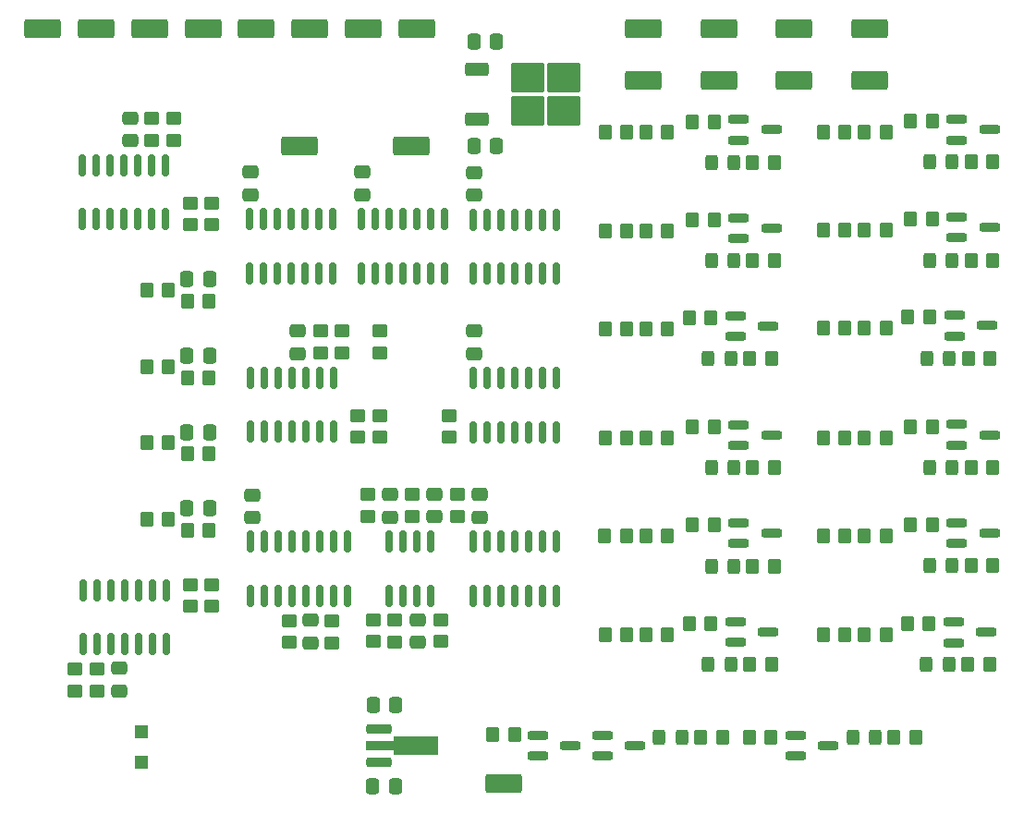
<source format=gbr>
%TF.GenerationSoftware,KiCad,Pcbnew,9.0.3*%
%TF.CreationDate,2026-01-17T00:56:28+07:00*%
%TF.ProjectId,BSPD v4 Rev 5,42535044-2076-4342-9052-657620352e6b,rev?*%
%TF.SameCoordinates,Original*%
%TF.FileFunction,Paste,Top*%
%TF.FilePolarity,Positive*%
%FSLAX46Y46*%
G04 Gerber Fmt 4.6, Leading zero omitted, Abs format (unit mm)*
G04 Created by KiCad (PCBNEW 9.0.3) date 2026-01-17 00:56:28*
%MOMM*%
%LPD*%
G01*
G04 APERTURE LIST*
G04 Aperture macros list*
%AMRoundRect*
0 Rectangle with rounded corners*
0 $1 Rounding radius*
0 $2 $3 $4 $5 $6 $7 $8 $9 X,Y pos of 4 corners*
0 Add a 4 corners polygon primitive as box body*
4,1,4,$2,$3,$4,$5,$6,$7,$8,$9,$2,$3,0*
0 Add four circle primitives for the rounded corners*
1,1,$1+$1,$2,$3*
1,1,$1+$1,$4,$5*
1,1,$1+$1,$6,$7*
1,1,$1+$1,$8,$9*
0 Add four rect primitives between the rounded corners*
20,1,$1+$1,$2,$3,$4,$5,0*
20,1,$1+$1,$4,$5,$6,$7,0*
20,1,$1+$1,$6,$7,$8,$9,0*
20,1,$1+$1,$8,$9,$2,$3,0*%
%AMFreePoly0*
4,1,9,5.362500,-0.866500,1.237500,-0.866500,1.237500,-0.450000,-1.237500,-0.450000,-1.237500,0.450000,1.237500,0.450000,1.237500,0.866500,5.362500,0.866500,5.362500,-0.866500,5.362500,-0.866500,$1*%
G04 Aperture macros list end*
%ADD10RoundRect,0.250000X0.350000X0.450000X-0.350000X0.450000X-0.350000X-0.450000X0.350000X-0.450000X0*%
%ADD11RoundRect,0.250000X-0.325000X-0.450000X0.325000X-0.450000X0.325000X0.450000X-0.325000X0.450000X0*%
%ADD12RoundRect,0.250000X0.450000X-0.350000X0.450000X0.350000X-0.450000X0.350000X-0.450000X-0.350000X0*%
%ADD13RoundRect,0.250000X-0.350000X-0.450000X0.350000X-0.450000X0.350000X0.450000X-0.350000X0.450000X0*%
%ADD14RoundRect,0.150000X0.150000X-0.825000X0.150000X0.825000X-0.150000X0.825000X-0.150000X-0.825000X0*%
%ADD15RoundRect,0.258000X-1.427000X-0.602000X1.427000X-0.602000X1.427000X0.602000X-1.427000X0.602000X0*%
%ADD16RoundRect,0.225000X-0.925000X-0.225000X0.925000X-0.225000X0.925000X0.225000X-0.925000X0.225000X0*%
%ADD17FreePoly0,0.000000*%
%ADD18RoundRect,0.250000X-0.337500X-0.475000X0.337500X-0.475000X0.337500X0.475000X-0.337500X0.475000X0*%
%ADD19RoundRect,0.250000X-0.450000X0.350000X-0.450000X-0.350000X0.450000X-0.350000X0.450000X0.350000X0*%
%ADD20RoundRect,0.250000X0.475000X-0.337500X0.475000X0.337500X-0.475000X0.337500X-0.475000X-0.337500X0*%
%ADD21RoundRect,0.200000X-0.750000X-0.200000X0.750000X-0.200000X0.750000X0.200000X-0.750000X0.200000X0*%
%ADD22RoundRect,0.150000X-0.150000X0.825000X-0.150000X-0.825000X0.150000X-0.825000X0.150000X0.825000X0*%
%ADD23RoundRect,0.250000X-0.475000X0.337500X-0.475000X-0.337500X0.475000X-0.337500X0.475000X0.337500X0*%
%ADD24RoundRect,0.250000X-1.275000X-1.125000X1.275000X-1.125000X1.275000X1.125000X-1.275000X1.125000X0*%
%ADD25RoundRect,0.250000X-0.850000X-0.350000X0.850000X-0.350000X0.850000X0.350000X-0.850000X0.350000X0*%
%ADD26R,1.200000X1.200000*%
G04 APERTURE END LIST*
D10*
%TO.C,R52*%
X219525000Y-112030000D03*
X217525000Y-112030000D03*
%TD*%
D11*
%TO.C,D3*%
X213475000Y-102050000D03*
X215525000Y-102050000D03*
%TD*%
D12*
%TO.C,R78*%
X184750000Y-127987500D03*
X184750000Y-125987500D03*
%TD*%
D11*
%TO.C,D1*%
X213750000Y-84050000D03*
X215800000Y-84050000D03*
%TD*%
D13*
%TO.C,R11*%
X204000000Y-127310000D03*
X206000000Y-127310000D03*
%TD*%
D14*
%TO.C,U20*%
X191940000Y-108762500D03*
X193210000Y-108762500D03*
X194480000Y-108762500D03*
X195750000Y-108762500D03*
X197020000Y-108762500D03*
X198290000Y-108762500D03*
X199560000Y-108762500D03*
X199560000Y-103812500D03*
X198290000Y-103812500D03*
X197020000Y-103812500D03*
X195750000Y-103812500D03*
X194480000Y-103812500D03*
X193210000Y-103812500D03*
X191940000Y-103812500D03*
%TD*%
D15*
%TO.C,TP11*%
X221333333Y-76500000D03*
%TD*%
D16*
%TO.C,U4*%
X183287500Y-136000000D03*
D17*
X183375000Y-137500000D03*
D16*
X183287500Y-139000000D03*
%TD*%
D18*
%TO.C,C21*%
X182750000Y-133750000D03*
X184825000Y-133750000D03*
%TD*%
D19*
%TO.C,R74*%
X190500000Y-114450000D03*
X190500000Y-116450000D03*
%TD*%
D13*
%TO.C,R4*%
X207750000Y-90305000D03*
X209750000Y-90305000D03*
%TD*%
D11*
%TO.C,D14*%
X208975000Y-136750000D03*
X211025000Y-136750000D03*
%TD*%
D13*
%TO.C,R6*%
X207750000Y-99300000D03*
X209750000Y-99300000D03*
%TD*%
D20*
%TO.C,C10*%
X171500000Y-87025000D03*
X171500000Y-84950000D03*
%TD*%
%TO.C,C14*%
X188345000Y-116525000D03*
X188345000Y-114450000D03*
%TD*%
D19*
%TO.C,R72*%
X189750000Y-107250000D03*
X189750000Y-109250000D03*
%TD*%
D14*
%TO.C,U17*%
X181690000Y-94212500D03*
X182960000Y-94212500D03*
X184230000Y-94212500D03*
X185500000Y-94212500D03*
X186770000Y-94212500D03*
X188040000Y-94212500D03*
X189310000Y-94212500D03*
X189310000Y-89262500D03*
X188040000Y-89262500D03*
X186770000Y-89262500D03*
X185500000Y-89262500D03*
X184230000Y-89262500D03*
X182960000Y-89262500D03*
X181690000Y-89262500D03*
%TD*%
D13*
%TO.C,R48*%
X231700000Y-126300000D03*
X233700000Y-126300000D03*
%TD*%
D12*
%TO.C,R82*%
X175055000Y-128025000D03*
X175055000Y-126025000D03*
%TD*%
D13*
%TO.C,R16*%
X227750000Y-90250000D03*
X229750000Y-90250000D03*
%TD*%
%TO.C,R7*%
X204000000Y-109280000D03*
X206000000Y-109280000D03*
%TD*%
D15*
%TO.C,TP15*%
X207500000Y-71750000D03*
%TD*%
D13*
%TO.C,R67*%
X165750000Y-103750000D03*
X167750000Y-103750000D03*
%TD*%
D21*
%TO.C,U8*%
X216250000Y-108080000D03*
X216250000Y-109980000D03*
X219250000Y-109030000D03*
%TD*%
D11*
%TO.C,D10*%
X233750000Y-112015000D03*
X235800000Y-112015000D03*
%TD*%
D20*
%TO.C,C18*%
X177055000Y-128062500D03*
X177055000Y-125987500D03*
%TD*%
D13*
%TO.C,R41*%
X212000000Y-117270000D03*
X214000000Y-117270000D03*
%TD*%
D21*
%TO.C,U10*%
X215975000Y-126110000D03*
X215975000Y-128010000D03*
X218975000Y-127060000D03*
%TD*%
D20*
%TO.C,C1*%
X160500000Y-82062500D03*
X160500000Y-79987500D03*
%TD*%
%TO.C,C19*%
X171695000Y-116600000D03*
X171695000Y-114525000D03*
%TD*%
D10*
%TO.C,R53*%
X219525000Y-121020000D03*
X217525000Y-121020000D03*
%TD*%
%TO.C,R40*%
X214000000Y-108280000D03*
X212000000Y-108280000D03*
%TD*%
D18*
%TO.C,C15*%
X192000000Y-82500000D03*
X194075000Y-82500000D03*
%TD*%
D15*
%TO.C,TP29*%
X176000000Y-82500000D03*
%TD*%
D14*
%TO.C,U19*%
X191940000Y-94250000D03*
X193210000Y-94250000D03*
X194480000Y-94250000D03*
X195750000Y-94250000D03*
X197020000Y-94250000D03*
X198290000Y-94250000D03*
X199560000Y-94250000D03*
X199560000Y-89300000D03*
X198290000Y-89300000D03*
X197020000Y-89300000D03*
X195750000Y-89300000D03*
X194480000Y-89300000D03*
X193210000Y-89300000D03*
X191940000Y-89300000D03*
%TD*%
D19*
%TO.C,R76*%
X189000000Y-125950000D03*
X189000000Y-127950000D03*
%TD*%
D13*
%TO.C,R66*%
X165750000Y-110750000D03*
X167750000Y-110750000D03*
%TD*%
D15*
%TO.C,TP2*%
X176964286Y-71750000D03*
%TD*%
D18*
%TO.C,C11*%
X192000000Y-73000000D03*
X194075000Y-73000000D03*
%TD*%
D10*
%TO.C,R56*%
X239525000Y-93000000D03*
X237525000Y-93000000D03*
%TD*%
D21*
%TO.C,U16*%
X235950000Y-126150000D03*
X235950000Y-128050000D03*
X238950000Y-127100000D03*
%TD*%
%TO.C,U26*%
X203750000Y-136550000D03*
X203750000Y-138450000D03*
X206750000Y-137500000D03*
%TD*%
D11*
%TO.C,D6*%
X213475000Y-130060000D03*
X215525000Y-130060000D03*
%TD*%
D19*
%TO.C,R32*%
X181370000Y-107225000D03*
X181370000Y-109225000D03*
%TD*%
D10*
%TO.C,R46*%
X234000000Y-108265000D03*
X232000000Y-108265000D03*
%TD*%
D15*
%TO.C,TP3*%
X214416667Y-71750000D03*
%TD*%
D19*
%TO.C,R31*%
X183370000Y-107225000D03*
X183370000Y-109225000D03*
%TD*%
D13*
%TO.C,R8*%
X207750000Y-109280000D03*
X209750000Y-109280000D03*
%TD*%
%TO.C,R42*%
X211725000Y-126310000D03*
X213725000Y-126310000D03*
%TD*%
%TO.C,R15*%
X224000000Y-90250000D03*
X226000000Y-90250000D03*
%TD*%
D11*
%TO.C,D7*%
X233750000Y-84000000D03*
X235800000Y-84000000D03*
%TD*%
D15*
%TO.C,TP4*%
X214416667Y-76500000D03*
%TD*%
D13*
%TO.C,R62*%
X162000000Y-109750000D03*
X164000000Y-109750000D03*
%TD*%
%TO.C,R64*%
X162000000Y-95750000D03*
X164000000Y-95750000D03*
%TD*%
%TO.C,R70*%
X193725000Y-136500000D03*
X195725000Y-136500000D03*
%TD*%
D11*
%TO.C,D8*%
X233750000Y-93000000D03*
X235800000Y-93000000D03*
%TD*%
D15*
%TO.C,TP10*%
X228250000Y-71750000D03*
%TD*%
D11*
%TO.C,D9*%
X233500000Y-101990000D03*
X235550000Y-101990000D03*
%TD*%
D15*
%TO.C,TP7*%
X181857143Y-71750000D03*
%TD*%
%TO.C,TP6*%
X167178571Y-71750000D03*
%TD*%
D10*
%TO.C,R55*%
X239525000Y-84000000D03*
X237525000Y-84000000D03*
%TD*%
D13*
%TO.C,R61*%
X162000000Y-116750000D03*
X164000000Y-116750000D03*
%TD*%
D19*
%TO.C,R28*%
X166000000Y-87750000D03*
X166000000Y-89750000D03*
%TD*%
D15*
%TO.C,TP30*%
X186250000Y-82500000D03*
%TD*%
D13*
%TO.C,R63*%
X162000000Y-102750000D03*
X164000000Y-102750000D03*
%TD*%
D18*
%TO.C,C8*%
X165712500Y-94750000D03*
X167787500Y-94750000D03*
%TD*%
D13*
%TO.C,R18*%
X227750000Y-99240000D03*
X229750000Y-99240000D03*
%TD*%
D21*
%TO.C,U6*%
X216250000Y-89105000D03*
X216250000Y-91005000D03*
X219250000Y-90055000D03*
%TD*%
D19*
%TO.C,R26*%
X164500000Y-80000000D03*
X164500000Y-82000000D03*
%TD*%
D11*
%TO.C,D15*%
X226700000Y-136750000D03*
X228750000Y-136750000D03*
%TD*%
D10*
%TO.C,R51*%
X219250000Y-102050000D03*
X217250000Y-102050000D03*
%TD*%
D19*
%TO.C,R29*%
X177930000Y-99475000D03*
X177930000Y-101475000D03*
%TD*%
D21*
%TO.C,U15*%
X236250000Y-117050000D03*
X236250000Y-118950000D03*
X239250000Y-118000000D03*
%TD*%
D13*
%TO.C,R38*%
X212000000Y-89305000D03*
X214000000Y-89305000D03*
%TD*%
D12*
%TO.C,R33*%
X157440000Y-132500000D03*
X157440000Y-130500000D03*
%TD*%
D13*
%TO.C,R19*%
X224000000Y-109265000D03*
X226000000Y-109265000D03*
%TD*%
D10*
%TO.C,R58*%
X239525000Y-112015000D03*
X237525000Y-112015000D03*
%TD*%
D15*
%TO.C,TP1*%
X157392857Y-71750000D03*
%TD*%
D22*
%TO.C,U2*%
X179120000Y-103775000D03*
X177850000Y-103775000D03*
X176580000Y-103775000D03*
X175310000Y-103775000D03*
X174040000Y-103775000D03*
X172770000Y-103775000D03*
X171500000Y-103775000D03*
X171500000Y-108725000D03*
X172770000Y-108725000D03*
X174040000Y-108725000D03*
X175310000Y-108725000D03*
X176580000Y-108725000D03*
X177850000Y-108725000D03*
X179120000Y-108725000D03*
%TD*%
D23*
%TO.C,C13*%
X186845000Y-125950000D03*
X186845000Y-128025000D03*
%TD*%
D13*
%TO.C,R10*%
X207725000Y-118270000D03*
X209725000Y-118270000D03*
%TD*%
D11*
%TO.C,D11*%
X233750000Y-121000000D03*
X235800000Y-121000000D03*
%TD*%
D13*
%TO.C,R3*%
X204000000Y-90305000D03*
X206000000Y-90305000D03*
%TD*%
D19*
%TO.C,R25*%
X162500000Y-80000000D03*
X162500000Y-82000000D03*
%TD*%
D13*
%TO.C,R47*%
X232000000Y-117250000D03*
X234000000Y-117250000D03*
%TD*%
D21*
%TO.C,U9*%
X216250000Y-117070000D03*
X216250000Y-118970000D03*
X219250000Y-118020000D03*
%TD*%
D18*
%TO.C,C6*%
X165712500Y-108750000D03*
X167787500Y-108750000D03*
%TD*%
D12*
%TO.C,R35*%
X166000000Y-124725000D03*
X166000000Y-122725000D03*
%TD*%
D13*
%TO.C,R24*%
X227750000Y-127300000D03*
X229750000Y-127300000D03*
%TD*%
D21*
%TO.C,U28*%
X221475000Y-136550000D03*
X221475000Y-138450000D03*
X224475000Y-137500000D03*
%TD*%
D20*
%TO.C,C16*%
X192000000Y-101575000D03*
X192000000Y-99500000D03*
%TD*%
D14*
%TO.C,U27*%
X184190000Y-123750000D03*
X185460000Y-123750000D03*
X186730000Y-123750000D03*
X188000000Y-123750000D03*
X188000000Y-118800000D03*
X186730000Y-118800000D03*
X185460000Y-118800000D03*
X184190000Y-118800000D03*
%TD*%
D10*
%TO.C,R54*%
X219250000Y-130060000D03*
X217250000Y-130060000D03*
%TD*%
D21*
%TO.C,U5*%
X216250000Y-80100000D03*
X216250000Y-82000000D03*
X219250000Y-81050000D03*
%TD*%
D15*
%TO.C,TP5*%
X162285714Y-71750000D03*
%TD*%
D13*
%TO.C,R12*%
X207750000Y-127310000D03*
X209750000Y-127310000D03*
%TD*%
D11*
%TO.C,D5*%
X213750000Y-121020000D03*
X215800000Y-121020000D03*
%TD*%
D21*
%TO.C,U12*%
X236250000Y-89050000D03*
X236250000Y-90950000D03*
X239250000Y-90000000D03*
%TD*%
D23*
%TO.C,C3*%
X159500000Y-130400000D03*
X159500000Y-132475000D03*
%TD*%
D21*
%TO.C,U24*%
X197827944Y-136527944D03*
X197827944Y-138427944D03*
X200827944Y-137477944D03*
%TD*%
D13*
%TO.C,R13*%
X224000000Y-81250000D03*
X226000000Y-81250000D03*
%TD*%
D24*
%TO.C,U22*%
X196912500Y-76255000D03*
X196912500Y-79305000D03*
X200262500Y-76255000D03*
X200262500Y-79305000D03*
D25*
X192287500Y-75500000D03*
X192287500Y-80060000D03*
%TD*%
D15*
%TO.C,TP13*%
X152500000Y-71750000D03*
%TD*%
D10*
%TO.C,R60*%
X239225000Y-130050000D03*
X237225000Y-130050000D03*
%TD*%
D21*
%TO.C,U7*%
X215975000Y-98100000D03*
X215975000Y-100000000D03*
X218975000Y-99050000D03*
%TD*%
D18*
%TO.C,C7*%
X165712500Y-101750000D03*
X167787500Y-101750000D03*
%TD*%
D20*
%TO.C,C2*%
X175870000Y-101575000D03*
X175870000Y-99500000D03*
%TD*%
D13*
%TO.C,R22*%
X227750000Y-118250000D03*
X229750000Y-118250000D03*
%TD*%
%TO.C,R2*%
X207750000Y-81300000D03*
X209750000Y-81300000D03*
%TD*%
%TO.C,R39*%
X211725000Y-98300000D03*
X213725000Y-98300000D03*
%TD*%
D10*
%TO.C,R49*%
X219500000Y-84050000D03*
X217500000Y-84050000D03*
%TD*%
D13*
%TO.C,R45*%
X231750000Y-98240000D03*
X233750000Y-98240000D03*
%TD*%
D10*
%TO.C,R37*%
X214000000Y-80300000D03*
X212000000Y-80300000D03*
%TD*%
D11*
%TO.C,D12*%
X233450000Y-130050000D03*
X235500000Y-130050000D03*
%TD*%
D14*
%TO.C,U3*%
X156190000Y-128200000D03*
X157460000Y-128200000D03*
X158730000Y-128200000D03*
X160000000Y-128200000D03*
X161270000Y-128200000D03*
X162540000Y-128200000D03*
X163810000Y-128200000D03*
X163810000Y-123250000D03*
X162540000Y-123250000D03*
X161270000Y-123250000D03*
X160000000Y-123250000D03*
X158730000Y-123250000D03*
X157460000Y-123250000D03*
X156190000Y-123250000D03*
%TD*%
D13*
%TO.C,R21*%
X224000000Y-118250000D03*
X226000000Y-118250000D03*
%TD*%
D15*
%TO.C,TP12*%
X228250000Y-76500000D03*
%TD*%
D14*
%TO.C,U18*%
X191940000Y-123750000D03*
X193210000Y-123750000D03*
X194480000Y-123750000D03*
X195750000Y-123750000D03*
X197020000Y-123750000D03*
X198290000Y-123750000D03*
X199560000Y-123750000D03*
X199560000Y-118800000D03*
X198290000Y-118800000D03*
X197020000Y-118800000D03*
X195750000Y-118800000D03*
X194480000Y-118800000D03*
X193210000Y-118800000D03*
X191940000Y-118800000D03*
%TD*%
D20*
%TO.C,C17*%
X184345000Y-116562500D03*
X184345000Y-114487500D03*
%TD*%
D10*
%TO.C,R59*%
X239525000Y-121000000D03*
X237525000Y-121000000D03*
%TD*%
D11*
%TO.C,D4*%
X213750000Y-112030000D03*
X215800000Y-112030000D03*
%TD*%
D19*
%TO.C,R80*%
X179000000Y-126062500D03*
X179000000Y-128062500D03*
%TD*%
D10*
%TO.C,R43*%
X234000000Y-80250000D03*
X232000000Y-80250000D03*
%TD*%
D26*
%TO.C,D13*%
X161550000Y-136250000D03*
X161550000Y-139050000D03*
%TD*%
D13*
%TO.C,R23*%
X224000000Y-127300000D03*
X226000000Y-127300000D03*
%TD*%
D21*
%TO.C,U11*%
X236250000Y-80100000D03*
X236250000Y-82000000D03*
X239250000Y-81050000D03*
%TD*%
D13*
%TO.C,R14*%
X227750000Y-81250000D03*
X229750000Y-81250000D03*
%TD*%
%TO.C,R65*%
X165750000Y-117750000D03*
X167750000Y-117750000D03*
%TD*%
D19*
%TO.C,R73*%
X182250000Y-114450000D03*
X182250000Y-116450000D03*
%TD*%
D15*
%TO.C,TP33*%
X194750000Y-141000000D03*
%TD*%
D10*
%TO.C,R50*%
X219525000Y-93055000D03*
X217525000Y-93055000D03*
%TD*%
D18*
%TO.C,C20*%
X182730000Y-141250000D03*
X184805000Y-141250000D03*
%TD*%
D12*
%TO.C,R36*%
X168000000Y-124725000D03*
X168000000Y-122725000D03*
%TD*%
D13*
%TO.C,R9*%
X203975000Y-118270000D03*
X205975000Y-118270000D03*
%TD*%
%TO.C,R81*%
X217225000Y-136750000D03*
X219225000Y-136750000D03*
%TD*%
%TO.C,R68*%
X165750000Y-96750000D03*
X167750000Y-96750000D03*
%TD*%
D21*
%TO.C,U13*%
X236000000Y-98040000D03*
X236000000Y-99940000D03*
X239000000Y-98990000D03*
%TD*%
D20*
%TO.C,C9*%
X192000000Y-87062500D03*
X192000000Y-84987500D03*
%TD*%
D13*
%TO.C,R1*%
X204000000Y-81300000D03*
X206000000Y-81300000D03*
%TD*%
D22*
%TO.C,U1*%
X163750000Y-84300000D03*
X162480000Y-84300000D03*
X161210000Y-84300000D03*
X159940000Y-84300000D03*
X158670000Y-84300000D03*
X157400000Y-84300000D03*
X156130000Y-84300000D03*
X156130000Y-89250000D03*
X157400000Y-89250000D03*
X158670000Y-89250000D03*
X159940000Y-89250000D03*
X161210000Y-89250000D03*
X162480000Y-89250000D03*
X163750000Y-89250000D03*
%TD*%
D14*
%TO.C,U25*%
X171555000Y-123762500D03*
X172825000Y-123762500D03*
X174095000Y-123762500D03*
X175365000Y-123762500D03*
X176635000Y-123762500D03*
X177905000Y-123762500D03*
X179175000Y-123762500D03*
X180445000Y-123762500D03*
X180445000Y-118812500D03*
X179175000Y-118812500D03*
X177905000Y-118812500D03*
X176635000Y-118812500D03*
X175365000Y-118812500D03*
X174095000Y-118812500D03*
X172825000Y-118812500D03*
X171555000Y-118812500D03*
%TD*%
D19*
%TO.C,R71*%
X183370000Y-99500000D03*
X183370000Y-101500000D03*
%TD*%
%TO.C,R27*%
X168000000Y-87750000D03*
X168000000Y-89750000D03*
%TD*%
D13*
%TO.C,R17*%
X224000000Y-99240000D03*
X226000000Y-99240000D03*
%TD*%
D14*
%TO.C,U21*%
X171440000Y-94212500D03*
X172710000Y-94212500D03*
X173980000Y-94212500D03*
X175250000Y-94212500D03*
X176520000Y-94212500D03*
X177790000Y-94212500D03*
X179060000Y-94212500D03*
X179060000Y-89262500D03*
X177790000Y-89262500D03*
X176520000Y-89262500D03*
X175250000Y-89262500D03*
X173980000Y-89262500D03*
X172710000Y-89262500D03*
X171440000Y-89262500D03*
%TD*%
D15*
%TO.C,TP8*%
X186750000Y-71750000D03*
%TD*%
D13*
%TO.C,R44*%
X232000000Y-89250000D03*
X234000000Y-89250000D03*
%TD*%
%TO.C,R5*%
X204000000Y-99300000D03*
X206000000Y-99300000D03*
%TD*%
D15*
%TO.C,TP14*%
X172071429Y-71750000D03*
%TD*%
%TO.C,TP9*%
X221333333Y-71750000D03*
%TD*%
D12*
%TO.C,R34*%
X155440000Y-132500000D03*
X155440000Y-130500000D03*
%TD*%
D10*
%TO.C,R57*%
X239275000Y-101990000D03*
X237275000Y-101990000D03*
%TD*%
D20*
%TO.C,C12*%
X181750000Y-87025000D03*
X181750000Y-84950000D03*
%TD*%
D19*
%TO.C,R30*%
X179930000Y-99475000D03*
X179930000Y-101475000D03*
%TD*%
D18*
%TO.C,C5*%
X165712500Y-115750000D03*
X167787500Y-115750000D03*
%TD*%
D10*
%TO.C,R83*%
X232475000Y-136750000D03*
X230475000Y-136750000D03*
%TD*%
D20*
%TO.C,C4*%
X192500000Y-116537500D03*
X192500000Y-114462500D03*
%TD*%
D21*
%TO.C,U14*%
X236250000Y-108065000D03*
X236250000Y-109965000D03*
X239250000Y-109015000D03*
%TD*%
D12*
%TO.C,R79*%
X186345000Y-116487500D03*
X186345000Y-114487500D03*
%TD*%
D11*
%TO.C,D2*%
X213750000Y-93055000D03*
X215800000Y-93055000D03*
%TD*%
D13*
%TO.C,R20*%
X227750000Y-109265000D03*
X229750000Y-109265000D03*
%TD*%
D10*
%TO.C,R77*%
X214750000Y-136750000D03*
X212750000Y-136750000D03*
%TD*%
D12*
%TO.C,R75*%
X182750000Y-127950000D03*
X182750000Y-125950000D03*
%TD*%
D15*
%TO.C,TP16*%
X207500000Y-76500000D03*
%TD*%
M02*

</source>
